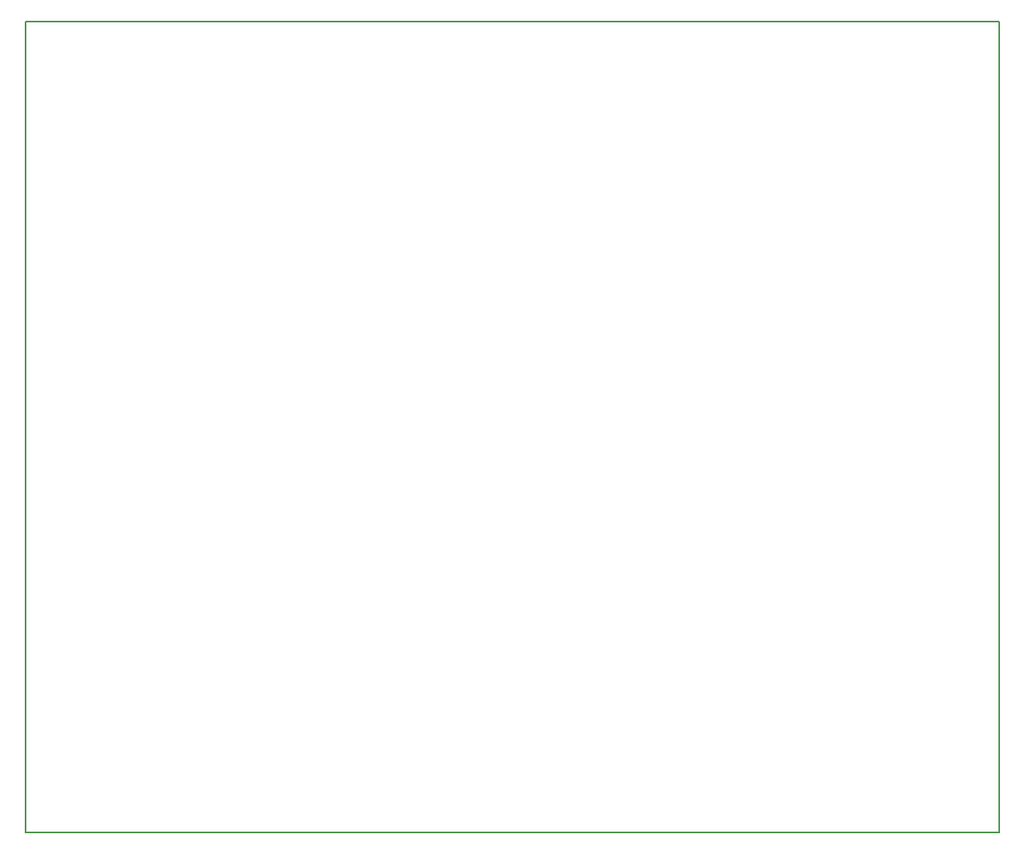
<source format=gm1>
%TF.GenerationSoftware,KiCad,Pcbnew,7.0.1*%
%TF.CreationDate,2024-02-11T07:34:48+00:00*%
%TF.ProjectId,Sys09,53797330-392e-46b6-9963-61645f706362,rev?*%
%TF.SameCoordinates,Original*%
%TF.FileFunction,Profile,NP*%
%FSLAX46Y46*%
G04 Gerber Fmt 4.6, Leading zero omitted, Abs format (unit mm)*
G04 Created by KiCad (PCBNEW 7.0.1) date 2024-02-11 07:34:48*
%MOMM*%
%LPD*%
G01*
G04 APERTURE LIST*
%TA.AperFunction,Profile*%
%ADD10C,0.200000*%
%TD*%
G04 APERTURE END LIST*
D10*
X48876000Y-151000000D02*
X152000000Y-151000000D01*
X152000000Y-65000000D02*
X48876000Y-65000000D01*
X48876000Y-65000000D02*
X48876000Y-151000000D01*
X152000000Y-65000000D02*
X152000000Y-151000000D01*
M02*

</source>
